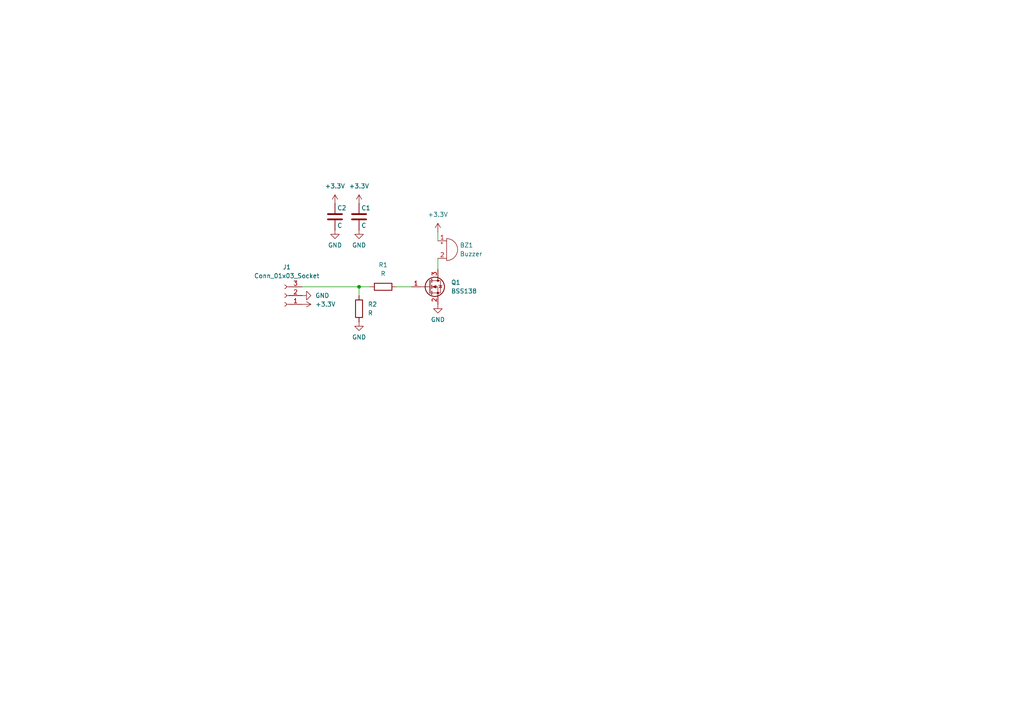
<source format=kicad_sch>
(kicad_sch (version 20231120) (generator "eeschema") (generator_version "8.0")
  (paper "A4")
  (lib_symbols
    (symbol "Connector:Conn_01x03_Socket" (pin_names (offset 1.016) hide)
      (property "Reference" "J" (at 0 5.08 0))
      (property "Value" "Conn_01x03_Socket" (at 0 -5.08 0))
      (symbol "Conn_01x03_Socket_1_1"
        (arc (start 0 -2.032) (mid -0.5058 -2.54) (end 0 -3.048) (stroke (width 0.1524)))
        (polyline (pts (xy -1.27 -2.54) (xy -0.508 -2.54)) (stroke (width 0.1524)))
        (polyline (pts (xy -1.27 0) (xy -0.508 0)) (stroke (width 0.1524)))
        (polyline (pts (xy -1.27 2.54) (xy -0.508 2.54)) (stroke (width 0.1524)))
        (arc (start 0 0.508) (mid -0.5058 0) (end 0 -0.508) (stroke (width 0.1524)))
        (arc (start 0 3.048) (mid -0.5058 2.54) (end 0 2.032) (stroke (width 0.1524)))
        (pin passive line (at -5.08 2.54 0) (length 3.81) (name "Pin_1") (number "1"))
        (pin passive line (at -5.08 0 0) (length 3.81) (name "Pin_2") (number "2"))
        (pin passive line (at -5.08 -2.54 0) (length 3.81) (name "Pin_3") (number "3"))
      )
    )
    (symbol "Device:Buzzer" (pin_names (offset 0.0254) hide)
      (property "Reference" "BZ" (at 3.81 1.27 0))
      (property "Value" "Buzzer" (at 3.81 -1.27 0))
      (symbol "Buzzer_0_1"
        (arc (start 0 -3.175) (mid 3.1612 0) (end 0 3.175))
        (polyline (pts (xy -1.651 1.905) (xy -1.143 1.905)))
        (polyline (pts (xy -1.397 2.159) (xy -1.397 1.651)))
        (polyline (pts (xy 0 3.175) (xy 0 -3.175)))
      )
      (symbol "Buzzer_1_1"
        (pin passive line (at -2.54 2.54 0) (length 2.54) (name "+") (number "1"))
        (pin passive line (at -2.54 -2.54 0) (length 2.54) (name "-") (number "2"))
      )
    )
    (symbol "Device:C" (pin_numbers hide) (pin_names (offset 0.254))
      (property "Reference" "C" (at 0.635 2.54 0))
      (property "Value" "C" (at 0.635 -2.54 0))
      (symbol "C_0_1"
        (polyline (pts (xy -2.032 -0.762) (xy 2.032 -0.762)) (stroke (width 0.508)))
        (polyline (pts (xy -2.032 0.762) (xy 2.032 0.762)) (stroke (width 0.508)))
      )
      (symbol "C_1_1"
        (pin passive line (at 0 3.81 270) (length 2.794) (name "~") (number "1"))
        (pin passive line (at 0 -3.81 90) (length 2.794) (name "~") (number "2"))
      )
    )
    (symbol "Device:R" (pin_numbers hide) (pin_names (offset 0))
      (property "Reference" "R" (at 2.032 0 90))
      (property "Value" "R" (at 0 0 90))
      (symbol "R_0_1"
        (rectangle (start -1.016 -2.54) (end 1.016 2.54) (stroke (width 0.254)))
      )
      (symbol "R_1_1"
        (pin passive line (at 0 3.81 270) (length 1.27) (name "~") (number "1"))
        (pin passive line (at 0 -3.81 90) (length 1.27) (name "~") (number "2"))
      )
    )
    (symbol "Transistor_FET:BSS138" (pin_names hide)
      (property "Reference" "Q" (at 5.08 1.905 0))
      (property "Value" "BSS138" (at 5.08 0 0))
      (symbol "BSS138_0_1"
        (polyline (pts (xy 0.254 0) (xy -2.54 0)))
        (polyline (pts (xy 0.254 1.905) (xy 0.254 -1.905)) (stroke (width 0.254)))
        (polyline (pts (xy 0.762 -1.27) (xy 0.762 -2.286)) (stroke (width 0.254)))
        (polyline (pts (xy 0.762 0.508) (xy 0.762 -0.508)) (stroke (width 0.254)))
        (polyline (pts (xy 0.762 2.286) (xy 0.762 1.27)) (stroke (width 0.254)))
        (polyline (pts (xy 2.54 2.54) (xy 2.54 1.778)))
        (polyline (pts (xy 2.54 -2.54) (xy 2.54 0) (xy 0.762 0)))
        (polyline (pts (xy 0.762 -1.778) (xy 3.302 -1.778) (xy 3.302 1.778) (xy 0.762 1.778)))
        (polyline (pts (xy 1.016 0) (xy 2.032 0.381) (xy 2.032 -0.381) (xy 1.016 0)) (fill (type outline)))
        (polyline (pts (xy 2.794 0.508) (xy 2.921 0.381) (xy 3.683 0.381) (xy 3.81 0.254)))
        (polyline (pts (xy 3.302 0.381) (xy 2.921 -0.254) (xy 3.683 -0.254) (xy 3.302 0.381)))
        (circle (center 1.651 0) (radius 2.794) (stroke (width 0.254)))
        (circle (center 2.54 -1.778) (radius 0.254) (fill (type outline)))
        (circle (center 2.54 1.778) (radius 0.254) (fill (type outline)))
      )
      (symbol "BSS138_1_1"
        (pin input line (at -5.08 0 0) (length 2.54) (name "G") (number "1"))
        (pin passive line (at 2.54 -5.08 90) (length 2.54) (name "S") (number "2"))
        (pin passive line (at 2.54 5.08 270) (length 2.54) (name "D") (number "3"))
      )
    )
    (symbol "power:+3.3V" (power) (pin_numbers hide) (pin_names (offset 0) hide)
      (property "Value" "+3.3V" (at 0 3.556 0))
      (symbol "+3.3V_0_1"
        (polyline (pts (xy -0.762 1.27) (xy 0 2.54)))
        (polyline (pts (xy 0 0) (xy 0 2.54)))
        (polyline (pts (xy 0 2.54) (xy 0.762 1.27)))
      )
      (symbol "+3.3V_1_1"
        (pin power_in line (at 0 0 90) (length 0) (name "~") (number "1"))
      )
    )
    (symbol "power:GND" (power) (pin_numbers hide) (pin_names (offset 0) hide)
      (property "Value" "GND" (at 0 -3.81 0))
      (symbol "GND_0_1"
        (polyline (pts (xy 0 0) (xy 0 -1.27) (xy 1.27 -1.27) (xy 0 -2.54) (xy -1.27 -1.27) (xy 0 -1.27)))
      )
      (symbol "GND_1_1"
        (pin power_in line (at 0 0 270) (length 0) (name "~") (number "1"))
      )
    )
  )
  (junction (at 104.14 83.185))
  (wire (pts (xy 104.14 83.185) (xy 107.315 83.185)))
  (wire (pts (xy 127 67.31) (xy 127 69.85)))
  (wire (pts (xy 104.14 83.185) (xy 104.14 85.725)))
  (wire (pts (xy 127 74.93) (xy 127 78.105)))
  (wire (pts (xy 114.935 83.185) (xy 119.38 83.185)))
  (wire (pts (xy 87.63 83.185) (xy 104.14 83.185)))
  (symbol (lib_id "power:GND") (at 104.14 66.675 0) (unit 1)
    (property "Reference" "#PWR06" (effects (hide yes)))
    (property "Value" "GND" (at 104.14 71.12 0))
    (property "Description" "Power symbol creates a global label with name \"GND\" , ground" (effects (hide yes)))
  )
  (symbol (lib_id "Connector:Conn_01x03_Socket") (at 82.55 85.725 180) (unit 1)
    (property "Reference" "J1" (at 83.185 77.47 0))
    (property "Value" "Conn_01x03_Socket" (at 83.185 80.01 0))
    (property "Footprint" "Connector_PinSocket_2.54mm:PinSocket_1x03_P2.54mm_Vertical" (effects (hide yes)))
    (property "Description" "Generic connector, single row, 01x03, script generated" (effects (hide yes)))
  )
  (symbol (lib_id "power:+3.3V") (at 104.14 59.055 0) (unit 1)
    (property "Reference" "#PWR05" (effects (hide yes)))
    (property "Value" "+3.3V" (at 104.14 53.975 0))
    (property "Description" "Power symbol creates a global label with name \"+3.3V\"" (effects (hide yes)))
  )
  (symbol (lib_id "Device:C") (at 104.14 62.865 0) (unit 1)
    (property "Reference" "C1" (at 104.775 60.325 0) (effects (justify left)))
    (property "Value" "C" (at 104.775 65.405 0) (effects (justify left)))
    (property "Footprint" "Capacitor_SMD:C_0603_1608Metric" (effects (hide yes)))
    (property "Description" "Unpolarized capacitor" (effects (hide yes)))
  )
  (symbol (lib_id "power:GND") (at 104.14 93.345 0) (unit 1)
    (property "Reference" "#PWR03" (effects (hide yes)))
    (property "Value" "GND" (at 104.14 97.79 0))
    (property "Description" "Power symbol creates a global label with name \"GND\" , ground" (effects (hide yes)))
  )
  (symbol (lib_id "Device:Buzzer") (at 129.54 72.39 0) (unit 1)
    (property "Reference" "BZ1" (at 133.35 71.1199 0) (effects (justify left)))
    (property "Value" "Buzzer" (at 133.35 73.6599 0) (effects (justify left)))
    (property "Footprint" "Buzzer_Beeper:Buzzer_12x9.5RM7.6" (effects (hide yes)))
    (property "Description" "Buzzer, polarized" (effects (hide yes)))
  )
  (symbol (lib_id "Device:R") (at 111.125 83.185 90) (unit 1)
    (property "Reference" "R1" (at 111.125 76.835 90))
    (property "Value" "R" (at 111.125 79.375 90))
    (property "Footprint" "Resistor_SMD:R_0603_1608Metric" (effects (hide yes)))
    (property "Description" "Resistor" (effects (hide yes)))
  )
  (symbol (lib_id "power:GND") (at 127 88.265 0) (unit 1)
    (property "Reference" "#PWR04" (effects (hide yes)))
    (property "Value" "GND" (at 127 92.71 0))
    (property "Description" "Power symbol creates a global label with name \"GND\" , ground" (effects (hide yes)))
  )
  (symbol (lib_id "power:GND") (at 97.155 66.675 0) (unit 1)
    (property "Reference" "#PWR09" (effects (hide yes)))
    (property "Value" "GND" (at 97.155 71.12 0))
    (property "Description" "Power symbol creates a global label with name \"GND\" , ground" (effects (hide yes)))
  )
  (symbol (lib_id "Transistor_FET:BSS138") (at 124.46 83.185 0) (unit 1)
    (property "Reference" "Q1" (at 130.81 81.9149 0) (effects (justify left)))
    (property "Value" "BSS138" (at 130.81 84.4549 0) (effects (justify left)))
    (property "Footprint" "Package_TO_SOT_SMD:SOT-23-3" (effects (hide yes)))
    (property "Datasheet" "https://www.onsemi.com/pub/Collateral/BSS138-D.PDF" (effects (hide yes)))
    (property "Description" "50V Vds, 0.22A Id, N-Channel MOSFET, SOT-23" (effects (hide yes)))
  )
  (symbol (lib_id "power:+3.3V") (at 87.63 88.265 270) (unit 1)
    (property "Reference" "#PWR01" (effects (hide yes)))
    (property "Value" "+3.3V" (at 91.44 88.2649 90) (effects (justify left)))
    (property "Description" "Power symbol creates a global label with name \"+3.3V\"" (effects (hide yes)))
  )
  (symbol (lib_id "Device:R") (at 104.14 89.535 180) (unit 1)
    (property "Reference" "R2" (at 106.68 88.2649 0) (effects (justify right)))
    (property "Value" "R" (at 106.68 90.8049 0) (effects (justify right)))
    (property "Footprint" "Resistor_SMD:R_0603_1608Metric" (effects (hide yes)))
    (property "Description" "Resistor" (effects (hide yes)))
  )
  (symbol (lib_id "Device:C") (at 97.155 62.865 0) (unit 1)
    (property "Reference" "C2" (at 97.79 60.325 0) (effects (justify left)))
    (property "Value" "C" (at 97.79 65.405 0) (effects (justify left)))
    (property "Footprint" "Capacitor_SMD:C_0603_1608Metric" (effects (hide yes)))
    (property "Description" "Unpolarized capacitor" (effects (hide yes)))
  )
  (symbol (lib_id "power:+3.3V") (at 97.155 59.055 0) (unit 1)
    (property "Reference" "#PWR08" (effects (hide yes)))
    (property "Value" "+3.3V" (at 97.155 53.975 0))
    (property "Description" "Power symbol creates a global label with name \"+3.3V\"" (effects (hide yes)))
  )
  (symbol (lib_id "power:GND") (at 87.63 85.725 90) (unit 1)
    (property "Reference" "#PWR02" (effects (hide yes)))
    (property "Value" "GND" (at 91.44 85.7249 90) (effects (justify right)))
    (property "Description" "Power symbol creates a global label with name \"GND\" , ground" (effects (hide yes)))
  )
  (symbol (lib_id "power:+3.3V") (at 127 67.31 0) (unit 1)
    (property "Reference" "#PWR07" (effects (hide yes)))
    (property "Value" "+3.3V" (at 127 62.23 0))
    (property "Description" "Power symbol creates a global label with name \"+3.3V\"" (effects (hide yes)))
  )
)
</source>
